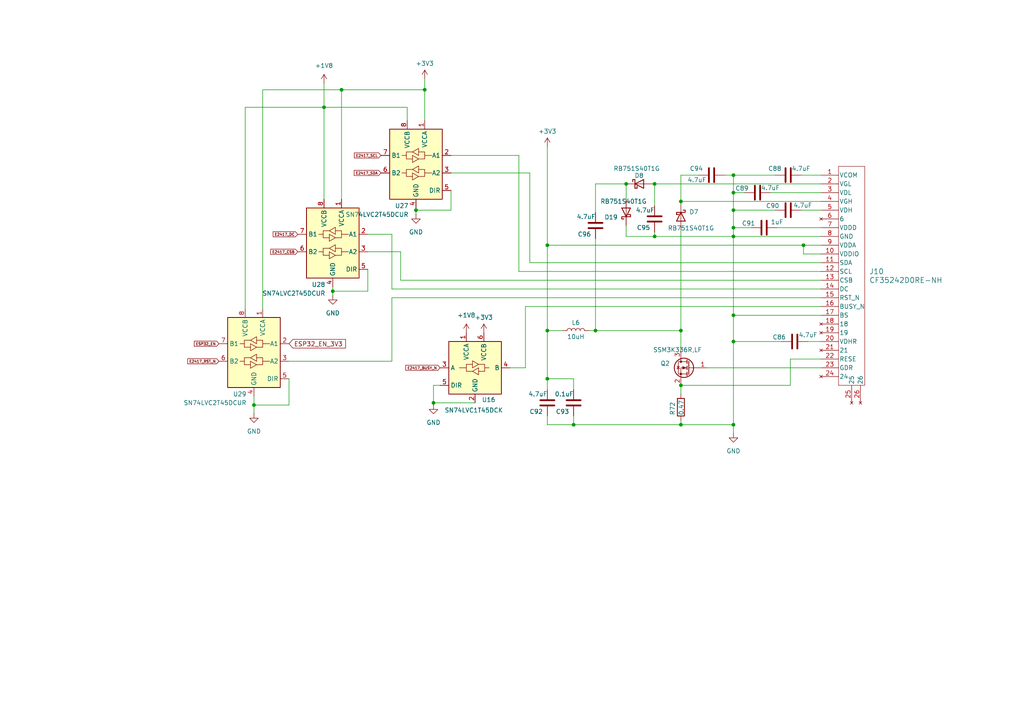
<source format=kicad_sch>
(kicad_sch (version 20250114) (generator "eeschema") (generator_version "9.0")
  (paper "A4")
  (lib_symbols
    (symbol "Device:C" (pin_numbers (hide yes)) (pin_names (offset 0.254))
      (property "Reference" "C" (at 0.635 2.54 0))
      (property "Value" "C" (at 0.635 -2.54 0))
      (symbol "C_0_1"
        (polyline (pts (xy -2.032 0.762) (xy 2.032 0.762)) (stroke (width 0.508)))
        (polyline (pts (xy -2.032 -0.762) (xy 2.032 -0.762)) (stroke (width 0.508)))
      )
      (symbol "C_1_1"
        (pin passive line (at 0 3.81 270) (length 2.794) (name "~") (number "1"))
        (pin passive line (at 0 -3.81 90) (length 2.794) (name "~") (number "2"))
      )
    )
    (symbol "Device:D_Schottky" (pin_numbers (hide yes)) (pin_names (offset 1.016) (hide yes))
      (property "Reference" "D" (at 0 2.54 0))
      (property "Value" "D_Schottky" (at 0 -2.54 0))
      (symbol "D_Schottky_0_1"
        (polyline (pts (xy -1.905 0.635) (xy -1.905 1.27) (xy -1.27 1.27) (xy -1.27 -1.27) (xy -0.635 -1.27) (xy -0.635 -0.635)) (stroke (width 0.254)))
        (polyline (pts (xy 1.27 1.27) (xy 1.27 -1.27) (xy -1.27 0) (xy 1.27 1.27)) (stroke (width 0.254)))
        (polyline (pts (xy 1.27 0) (xy -1.27 0)))
      )
      (symbol "D_Schottky_1_1"
        (pin passive line (at -3.81 0 0) (length 2.54) (name "K") (number "1"))
        (pin passive line (at 3.81 0 180) (length 2.54) (name "A") (number "2"))
      )
    )
    (symbol "Device:L" (pin_numbers (hide yes)) (pin_names (offset 1.016) (hide yes))
      (property "Reference" "L" (at -1.27 0 90))
      (property "Value" "L" (at 1.905 0 90))
      (symbol "L_0_1"
        (arc (start 0 2.54) (mid 0.6323 1.905) (end 0 1.27))
        (arc (start 0 1.27) (mid 0.6323 0.635) (end 0 0))
        (arc (start 0 0) (mid 0.6323 -0.635) (end 0 -1.27))
        (arc (start 0 -1.27) (mid 0.6323 -1.905) (end 0 -2.54))
      )
      (symbol "L_1_1"
        (pin passive line (at 0 3.81 270) (length 1.27) (name "1") (number "1"))
        (pin passive line (at 0 -3.81 90) (length 1.27) (name "2") (number "2"))
      )
    )
    (symbol "Device:R" (pin_numbers (hide yes)) (pin_names (offset 0))
      (property "Reference" "R" (at 2.032 0 90))
      (property "Value" "R" (at 0 0 90))
      (symbol "R_0_1"
        (rectangle (start -1.016 -2.54) (end 1.016 2.54) (stroke (width 0.254)))
      )
      (symbol "R_1_1"
        (pin passive line (at 0 3.81 270) (length 1.27) (name "~") (number "1"))
        (pin passive line (at 0 -3.81 90) (length 1.27) (name "~") (number "2"))
      )
    )
    (symbol "Logic_LevelTranslator:SN74LVC1T45DCK"
      (property "Reference" "U" (at -6.35 8.89 0))
      (property "Value" "SN74LVC1T45DCK" (at 3.81 8.89 0))
      (symbol "SN74LVC1T45DCK_0_1"
        (rectangle (start -7.62 7.62) (end 7.62 -7.62) (stroke (width 0.254)) (fill (type background)))
        (polyline (pts (xy -2.54 0) (xy -2.54 1.016) (xy -0.762 1.016)))
        (polyline (pts (xy -0.762 0) (xy -0.762 2.032) (xy 1.016 1.016) (xy -0.762 0)))
        (polyline (pts (xy -0.762 -1.016) (xy -2.54 -1.016) (xy -2.54 0) (xy -4.572 0)))
        (polyline (pts (xy 1.016 1.016) (xy 2.794 1.016) (xy 2.794 0) (xy 4.064 0)))
        (polyline (pts (xy 1.016 0) (xy 1.016 -1.778) (xy 1.016 -2.032) (xy -0.762 -1.016) (xy 1.016 0)))
        (polyline (pts (xy 2.794 0) (xy 2.794 -1.016) (xy 1.016 -1.016)))
      )
      (symbol "SN74LVC1T45DCK_1_1"
        (pin bidirectional line (at -10.16 0 0) (length 2.54) (name "A") (number "3"))
        (pin input line (at -10.16 -5.08 0) (length 2.54) (name "DIR") (number "5"))
        (pin power_in line (at -2.54 10.16 270) (length 2.54) (name "VCCA") (number "1"))
        (pin power_in line (at 0 -10.16 90) (length 2.54) (name "GND") (number "2"))
        (pin power_in line (at 2.54 10.16 270) (length 2.54) (name "VCCB") (number "6"))
        (pin bidirectional line (at 10.16 0 180) (length 2.54) (name "B") (number "4"))
      )
    )
    (symbol "Logic_LevelTranslator:SN74LVC2T45DCUR"
      (property "Reference" "U" (at -6.35 11.43 0))
      (property "Value" "SN74LVC2T45DCUR" (at 3.81 11.43 0))
      (symbol "SN74LVC2T45DCUR_0_1"
        (rectangle (start -7.62 10.16) (end 7.62 -10.16) (stroke (width 0.254)) (fill (type background)))
        (polyline (pts (xy -2.54 2.54) (xy -2.54 3.556) (xy -0.762 3.556)))
        (polyline (pts (xy -0.762 2.54) (xy -0.762 4.572) (xy 1.016 3.556) (xy -0.762 2.54)))
        (polyline (pts (xy -0.762 1.524) (xy -2.54 1.524) (xy -2.54 2.54) (xy -4.572 2.54)))
        (polyline (pts (xy 1.016 3.556) (xy 2.794 3.556) (xy 2.794 2.54) (xy 4.064 2.54)))
        (polyline (pts (xy 1.016 2.54) (xy 1.016 0.762) (xy 1.016 0.508) (xy -0.762 1.524) (xy 1.016 2.54)))
        (polyline (pts (xy 2.794 2.54) (xy 2.794 1.524) (xy 1.016 1.524)))
      )
      (symbol "SN74LVC2T45DCUR_1_1"
        (polyline (pts (xy -2.54 -2.54) (xy -2.54 -1.524) (xy -0.762 -1.524)))
        (polyline (pts (xy -0.762 -2.54) (xy -0.762 -0.508) (xy 1.016 -1.524) (xy -0.762 -2.54)))
        (polyline (pts (xy -0.762 -3.556) (xy -2.54 -3.556) (xy -2.54 -2.54) (xy -4.572 -2.54)))
        (polyline (pts (xy 1.016 -1.524) (xy 2.794 -1.524) (xy 2.794 -2.54) (xy 4.064 -2.54)))
        (polyline (pts (xy 1.016 -2.54) (xy 1.016 -4.318) (xy 1.016 -4.572) (xy -0.762 -3.556) (xy 1.016 -2.54)))
        (polyline (pts (xy 2.794 -2.54) (xy 2.794 -3.556) (xy 1.016 -3.556)))
        (pin bidirectional line (at -10.16 2.54 0) (length 2.54) (name "A1") (number "2"))
        (pin bidirectional line (at -10.16 -2.54 0) (length 2.54) (name "A2") (number "3"))
        (pin input line (at -10.16 -7.62 0) (length 2.54) (name "DIR") (number "5"))
        (pin power_in line (at -2.54 12.7 270) (length 2.54) (name "VCCA") (number "1"))
        (pin power_in line (at 0 -12.7 90) (length 2.54) (name "GND") (number "4"))
        (pin power_in line (at 2.54 12.7 270) (length 2.54) (name "VCCB") (number "8"))
        (pin bidirectional line (at 10.16 2.54 180) (length 2.54) (name "B1") (number "7"))
        (pin bidirectional line (at 10.16 -2.54 180) (length 2.54) (name "B2") (number "6"))
      )
    )
    (symbol "Transistor_FET:Q_NMOS_GSD" (pin_names (offset 0) (hide yes))
      (property "Reference" "Q" (at 5.08 1.905 0))
      (property "Value" "Q_NMOS_GSD" (at 5.08 0 0))
      (symbol "Q_NMOS_GSD_0_1"
        (polyline (pts (xy 0.254 1.905) (xy 0.254 -1.905)) (stroke (width 0.254)))
        (polyline (pts (xy 0.254 0) (xy -2.54 0)))
        (polyline (pts (xy 0.762 2.286) (xy 0.762 1.27)) (stroke (width 0.254)))
        (polyline (pts (xy 0.762 0.508) (xy 0.762 -0.508)) (stroke (width 0.254)))
        (polyline (pts (xy 0.762 -1.27) (xy 0.762 -2.286)) (stroke (width 0.254)))
        (polyline (pts (xy 0.762 -1.778) (xy 3.302 -1.778) (xy 3.302 1.778) (xy 0.762 1.778)))
        (polyline (pts (xy 1.016 0) (xy 2.032 0.381) (xy 2.032 -0.381) (xy 1.016 0)) (fill (type outline)))
        (circle (center 1.651 0) (radius 2.794) (stroke (width 0.254)))
        (polyline (pts (xy 2.54 2.54) (xy 2.54 1.778)))
        (circle (center 2.54 1.778) (radius 0.254) (fill (type outline)))
        (circle (center 2.54 -1.778) (radius 0.254) (fill (type outline)))
        (polyline (pts (xy 2.54 -2.54) (xy 2.54 0) (xy 0.762 0)))
        (polyline (pts (xy 2.921 0.381) (xy 3.683 0.381)))
        (polyline (pts (xy 3.302 0.381) (xy 2.921 -0.254) (xy 3.683 -0.254) (xy 3.302 0.381)))
      )
      (symbol "Q_NMOS_GSD_1_1"
        (pin input line (at -5.08 0 0) (length 2.54) (name "G") (number "1"))
        (pin passive line (at 2.54 5.08 270) (length 2.54) (name "D") (number "3"))
        (pin passive line (at 2.54 -5.08 90) (length 2.54) (name "S") (number "2"))
      )
    )
    (symbol "endeavour2:CF35242D0RE-NH" (pin_names (offset 0.254))
      (property "Reference" "J10" (at 17.145 -29.21 90))
      (property "Value" "CF35242D0RE-NH" (at 14.605 -29.21 90))
      (symbol "CF35242D0RE-NH_1_1"
        (polyline (pts (xy 5.08 2.54) (xy 5.08 -60.96)) (stroke (width 0.127)))
        (polyline (pts (xy 5.08 -60.96) (xy 12.7 -60.96)) (stroke (width 0.127)))
        (polyline (pts (xy 12.7 2.54) (xy 5.08 2.54)) (stroke (width 0.127)))
        (polyline (pts (xy 12.7 -60.96) (xy 12.7 2.54)) (stroke (width 0.127)))
        (pin unspecified line (at 0 0 0) (length 5.08) (name "VCOM") (number "1"))
        (pin unspecified line (at 0 -2.54 0) (length 5.08) (name "VGL") (number "2"))
        (pin unspecified line (at 0 -5.08 0) (length 5.08) (name "VDL") (number "3"))
        (pin unspecified line (at 0 -7.62 0) (length 5.08) (name "VGH") (number "4"))
        (pin unspecified line (at 0 -10.16 0) (length 5.08) (name "VDH") (number "5"))
        (pin no_connect line (at 0 -12.7 0) (length 5.08) (name "6") (number "6"))
        (pin unspecified line (at 0 -15.24 0) (length 5.08) (name "VDDD") (number "7"))
        (pin power_in line (at 0 -17.78 0) (length 5.08) (name "GND") (number "8"))
        (pin power_in line (at 0 -20.32 0) (length 5.08) (name "VDDA") (number "9"))
        (pin power_in line (at 0 -22.86 0) (length 5.08) (name "VDDIO") (number "10"))
        (pin input line (at 0 -25.4 0) (length 5.08) (name "SDA") (number "11"))
        (pin input line (at 0 -27.94 0) (length 5.08) (name "SCL") (number "12"))
        (pin input line (at 0 -30.48 0) (length 5.08) (name "CSB") (number "13"))
        (pin input line (at 0 -33.02 0) (length 5.08) (name "DC") (number "14"))
        (pin input line (at 0 -35.56 0) (length 5.08) (name "RST_N") (number "15"))
        (pin output line (at 0 -38.1 0) (length 5.08) (name "BUSY_N") (number "16"))
        (pin input line (at 0 -40.64 0) (length 5.08) (name "BS") (number "17"))
        (pin no_connect line (at 0 -43.18 0) (length 5.08) (name "18") (number "18"))
        (pin no_connect line (at 0 -45.72 0) (length 5.08) (name "19") (number "19"))
        (pin unspecified line (at 0 -48.26 0) (length 5.08) (name "VDHR") (number "20"))
        (pin no_connect line (at 0 -50.8 0) (length 5.08) (name "21") (number "21"))
        (pin input line (at 0 -53.34 0) (length 5.08) (name "RESE") (number "22"))
        (pin output line (at 0 -55.88 0) (length 5.08) (name "GDR") (number "23"))
        (pin no_connect line (at 0 -58.42 0) (length 5.08) (name "24") (number "24"))
        (pin no_connect line (at 8.89 -66.04 90) (length 5.08) (name "25") (number "25"))
        (pin no_connect line (at 11.43 -66.04 90) (length 5.08) (name "26") (number "26"))
      )
      (symbol "CF35242D0RE-NH_1_2"
        (polyline (pts (xy 5.08 2.54) (xy 5.08 -60.96)) (stroke (width 0.127)))
        (polyline (pts (xy 5.08 -60.96) (xy 12.7 -60.96)) (stroke (width 0.127)))
        (polyline (pts (xy 7.62 0) (xy 5.08 0)) (stroke (width 0.127)))
        (polyline (pts (xy 7.62 0) (xy 8.89 0.8467)) (stroke (width 0.127)))
        (polyline (pts (xy 7.62 0) (xy 8.89 -0.8467)) (stroke (width 0.127)))
        (polyline (pts (xy 7.62 -2.54) (xy 5.08 -2.54)) (stroke (width 0.127)))
        (polyline (pts (xy 7.62 -2.54) (xy 8.89 -1.6933)) (stroke (width 0.127)))
        (polyline (pts (xy 7.62 -2.54) (xy 8.89 -3.3867)) (stroke (width 0.127)))
        (polyline (pts (xy 7.62 -5.08) (xy 5.08 -5.08)) (stroke (width 0.127)))
        (polyline (pts (xy 7.62 -5.08) (xy 8.89 -4.2333)) (stroke (width 0.127)))
        (polyline (pts (xy 7.62 -5.08) (xy 8.89 -5.9267)) (stroke (width 0.127)))
        (polyline (pts (xy 7.62 -7.62) (xy 5.08 -7.62)) (stroke (width 0.127)))
        (polyline (pts (xy 7.62 -7.62) (xy 8.89 -6.7733)) (stroke (width 0.127)))
        (polyline (pts (xy 7.62 -7.62) (xy 8.89 -8.4667)) (stroke (width 0.127)))
        (polyline (pts (xy 7.62 -10.16) (xy 5.08 -10.16)) (stroke (width 0.127)))
        (polyline (pts (xy 7.62 -10.16) (xy 8.89 -9.3133)) (stroke (width 0.127)))
        (polyline (pts (xy 7.62 -10.16) (xy 8.89 -11.0067)) (stroke (width 0.127)))
        (polyline (pts (xy 7.62 -12.7) (xy 5.08 -12.7)) (stroke (width 0.127)))
        (polyline (pts (xy 7.62 -12.7) (xy 8.89 -11.8533)) (stroke (width 0.127)))
        (polyline (pts (xy 7.62 -12.7) (xy 8.89 -13.5467)) (stroke (width 0.127)))
        (polyline (pts (xy 7.62 -15.24) (xy 5.08 -15.24)) (stroke (width 0.127)))
        (polyline (pts (xy 7.62 -15.24) (xy 8.89 -14.3933)) (stroke (width 0.127)))
        (polyline (pts (xy 7.62 -15.24) (xy 8.89 -16.0867)) (stroke (width 0.127)))
        (polyline (pts (xy 7.62 -17.78) (xy 5.08 -17.78)) (stroke (width 0.127)))
        (polyline (pts (xy 7.62 -17.78) (xy 8.89 -16.9333)) (stroke (width 0.127)))
        (polyline (pts (xy 7.62 -17.78) (xy 8.89 -18.6267)) (stroke (width 0.127)))
        (polyline (pts (xy 7.62 -20.32) (xy 5.08 -20.32)) (stroke (width 0.127)))
        (polyline (pts (xy 7.62 -20.32) (xy 8.89 -19.4733)) (stroke (width 0.127)))
        (polyline (pts (xy 7.62 -20.32) (xy 8.89 -21.1667)) (stroke (width 0.127)))
        (polyline (pts (xy 7.62 -22.86) (xy 5.08 -22.86)) (stroke (width 0.127)))
        (polyline (pts (xy 7.62 -22.86) (xy 8.89 -22.0133)) (stroke (width 0.127)))
        (polyline (pts (xy 7.62 -22.86) (xy 8.89 -23.7067)) (stroke (width 0.127)))
        (polyline (pts (xy 7.62 -25.4) (xy 5.08 -25.4)) (stroke (width 0.127)))
        (polyline (pts (xy 7.62 -25.4) (xy 8.89 -24.5533)) (stroke (width 0.127)))
        (polyline (pts (xy 7.62 -25.4) (xy 8.89 -26.2467)) (stroke (width 0.127)))
        (polyline (pts (xy 7.62 -27.94) (xy 5.08 -27.94)) (stroke (width 0.127)))
        (polyline (pts (xy 7.62 -27.94) (xy 8.89 -27.0933)) (stroke (width 0.127)))
        (polyline (pts (xy 7.62 -27.94) (xy 8.89 -28.7867)) (stroke (width 0.127)))
        (polyline (pts (xy 7.62 -30.48) (xy 5.08 -30.48)) (stroke (width 0.127)))
        (polyline (pts (xy 7.62 -30.48) (xy 8.89 -29.6333)) (stroke (width 0.127)))
        (polyline (pts (xy 7.62 -30.48) (xy 8.89 -31.3267)) (stroke (width 0.127)))
        (polyline (pts (xy 7.62 -33.02) (xy 5.08 -33.02)) (stroke (width 0.127)))
        (polyline (pts (xy 7.62 -33.02) (xy 8.89 -32.1733)) (stroke (width 0.127)))
        (polyline (pts (xy 7.62 -33.02) (xy 8.89 -33.8667)) (stroke (width 0.127)))
        (polyline (pts (xy 7.62 -35.56) (xy 5.08 -35.56)) (stroke (width 0.127)))
        (polyline (pts (xy 7.62 -35.56) (xy 8.89 -34.7133)) (stroke (width 0.127)))
        (polyline (pts (xy 7.62 -35.56) (xy 8.89 -36.4067)) (stroke (width 0.127)))
        (polyline (pts (xy 7.62 -38.1) (xy 5.08 -38.1)) (stroke (width 0.127)))
        (polyline (pts (xy 7.62 -38.1) (xy 8.89 -37.2533)) (stroke (width 0.127)))
        (polyline (pts (xy 7.62 -38.1) (xy 8.89 -38.9467)) (stroke (width 0.127)))
        (polyline (pts (xy 7.62 -40.64) (xy 5.08 -40.64)) (stroke (width 0.127)))
        (polyline (pts (xy 7.62 -40.64) (xy 8.89 -39.7933)) (stroke (width 0.127)))
        (polyline (pts (xy 7.62 -40.64) (xy 8.89 -41.4867)) (stroke (width 0.127)))
        (polyline (pts (xy 7.62 -43.18) (xy 5.08 -43.18)) (stroke (width 0.127)))
        (polyline (pts (xy 7.62 -43.18) (xy 8.89 -42.3333)) (stroke (width 0.127)))
        (polyline (pts (xy 7.62 -43.18) (xy 8.89 -44.0267)) (stroke (width 0.127)))
        (polyline (pts (xy 7.62 -45.72) (xy 5.08 -45.72)) (stroke (width 0.127)))
        (polyline (pts (xy 7.62 -45.72) (xy 8.89 -44.8733)) (stroke (width 0.127)))
        (polyline (pts (xy 7.62 -45.72) (xy 8.89 -46.5667)) (stroke (width 0.127)))
        (polyline (pts (xy 7.62 -48.26) (xy 5.08 -48.26)) (stroke (width 0.127)))
        (polyline (pts (xy 7.62 -48.26) (xy 8.89 -47.4133)) (stroke (width 0.127)))
        (polyline (pts (xy 7.62 -48.26) (xy 8.89 -49.1067)) (stroke (width 0.127)))
        (polyline (pts (xy 7.62 -50.8) (xy 5.08 -50.8)) (stroke (width 0.127)))
        (polyline (pts (xy 7.62 -50.8) (xy 8.89 -49.9533)) (stroke (width 0.127)))
        (polyline (pts (xy 7.62 -50.8) (xy 8.89 -51.6467)) (stroke (width 0.127)))
        (polyline (pts (xy 7.62 -53.34) (xy 5.08 -53.34)) (stroke (width 0.127)))
        (polyline (pts (xy 7.62 -53.34) (xy 8.89 -52.4933)) (stroke (width 0.127)))
        (polyline (pts (xy 7.62 -53.34) (xy 8.89 -54.1867)) (stroke (width 0.127)))
        (polyline (pts (xy 7.62 -55.88) (xy 5.08 -55.88)) (stroke (width 0.127)))
        (polyline (pts (xy 7.62 -55.88) (xy 8.89 -55.0333)) (stroke (width 0.127)))
        (polyline (pts (xy 7.62 -55.88) (xy 8.89 -56.7267)) (stroke (width 0.127)))
        (polyline (pts (xy 7.62 -58.42) (xy 5.08 -58.42)) (stroke (width 0.127)))
        (polyline (pts (xy 7.62 -58.42) (xy 8.89 -57.5733)) (stroke (width 0.127)))
        (polyline (pts (xy 7.62 -58.42) (xy 8.89 -59.2667)) (stroke (width 0.127)))
        (polyline (pts (xy 12.7 2.54) (xy 5.08 2.54)) (stroke (width 0.127)))
        (polyline (pts (xy 12.7 -60.96) (xy 12.7 2.54)) (stroke (width 0.127)))
        (pin unspecified line (at 0 0 0) (length 5.08) (name "1") (number "1"))
        (pin unspecified line (at 0 -2.54 0) (length 5.08) (name "2") (number "2"))
        (pin unspecified line (at 0 -5.08 0) (length 5.08) (name "3") (number "3"))
        (pin unspecified line (at 0 -7.62 0) (length 5.08) (name "4") (number "4"))
        (pin unspecified line (at 0 -10.16 0) (length 5.08) (name "5") (number "5"))
        (pin unspecified line (at 0 -12.7 0) (length 5.08) (name "6") (number "6"))
        (pin unspecified line (at 0 -15.24 0) (length 5.08) (name "7") (number "7"))
        (pin unspecified line (at 0 -17.78 0) (length 5.08) (name "8") (number "8"))
        (pin unspecified line (at 0 -20.32 0) (length 5.08) (name "9") (number "9"))
        (pin unspecified line (at 0 -22.86 0) (length 5.08) (name "10") (number "10"))
        (pin unspecified line (at 0 -25.4 0) (length 5.08) (name "11") (number "11"))
        (pin unspecified line (at 0 -27.94 0) (length 5.08) (name "12") (number "12"))
        (pin unspecified line (at 0 -30.48 0) (length 5.08) (name "13") (number "13"))
        (pin unspecified line (at 0 -33.02 0) (length 5.08) (name "14") (number "14"))
        (pin unspecified line (at 0 -35.56 0) (length 5.08) (name "15") (number "15"))
        (pin unspecified line (at 0 -38.1 0) (length 5.08) (name "16") (number "16"))
        (pin unspecified line (at 0 -40.64 0) (length 5.08) (name "17") (number "17"))
        (pin unspecified line (at 0 -43.18 0) (length 5.08) (name "18") (number "18"))
        (pin unspecified line (at 0 -45.72 0) (length 5.08) (name "19") (number "19"))
        (pin unspecified line (at 0 -48.26 0) (length 5.08) (name "20") (number "20"))
        (pin unspecified line (at 0 -50.8 0) (length 5.08) (name "21") (number "21"))
        (pin unspecified line (at 0 -53.34 0) (length 5.08) (name "22") (number "22"))
        (pin unspecified line (at 0 -55.88 0) (length 5.08) (name "23") (number "23"))
        (pin unspecified line (at 0 -58.42 0) (length 5.08) (name "24") (number "24"))
      )
    )
    (symbol "power:+1V8" (power) (pin_names (offset 0))
      (property "Value" "+1V8" (at 0 3.556 0))
      (symbol "+1V8_0_1"
        (polyline (pts (xy -0.762 1.27) (xy 0 2.54)))
        (polyline (pts (xy 0 2.54) (xy 0.762 1.27)))
        (polyline (pts (xy 0 0) (xy 0 2.54)))
      )
      (symbol "+1V8_1_1"
        (pin power_in line (at 0 0 90) (length 0) (hide yes) (name "+1V8") (number "1"))
      )
    )
    (symbol "power:+3V3" (power) (pin_names (offset 0))
      (property "Value" "+3V3" (at 0 3.556 0))
      (symbol "+3V3_0_1"
        (polyline (pts (xy -0.762 1.27) (xy 0 2.54)))
        (polyline (pts (xy 0 2.54) (xy 0.762 1.27)))
        (polyline (pts (xy 0 0) (xy 0 2.54)))
      )
      (symbol "+3V3_1_1"
        (pin power_in line (at 0 0 90) (length 0) (hide yes) (name "+3V3") (number "1"))
      )
    )
    (symbol "power:GND" (power) (pin_numbers (hide yes)) (pin_names (offset 0) (hide yes))
      (property "Value" "GND" (at 0 -3.81 0))
      (symbol "GND_0_1"
        (polyline (pts (xy 0 0) (xy 0 -1.27) (xy 1.27 -1.27) (xy 0 -2.54) (xy -1.27 -1.27) (xy 0 -1.27)))
      )
      (symbol "GND_1_1"
        (pin power_in line (at 0 0 270) (length 0) (name "~") (number "1"))
      )
    )
  )
  (junction (at 189.865 68.58))
  (junction (at 197.485 111.76))
  (junction (at 125.73 116.84))
  (junction (at 93.98 31.115))
  (junction (at 189.865 53.34))
  (junction (at 212.725 50.8))
  (junction (at 172.72 95.885))
  (junction (at 212.725 68.58))
  (junction (at 212.725 91.44))
  (junction (at 158.75 109.855))
  (junction (at 181.61 53.34))
  (junction (at 96.52 84.455))
  (junction (at 99.06 26.035))
  (junction (at 212.725 99.06))
  (junction (at 212.725 66.04))
  (junction (at 123.19 26.035))
  (junction (at 158.75 71.12))
  (junction (at 197.485 95.885))
  (junction (at 212.725 123.19))
  (junction (at 120.65 60.96))
  (junction (at 158.75 95.885))
  (junction (at 212.725 55.88))
  (junction (at 233.045 71.12))
  (junction (at 197.485 123.19))
  (junction (at 73.66 117.475))
  (junction (at 166.37 123.19))
  (junction (at 197.485 58.42))
  (junction (at 212.725 60.96))
  (wire (pts (xy 158.75 109.855) (xy 158.75 95.885)))
  (wire (pts (xy 99.06 57.785) (xy 99.06 26.035)))
  (wire (pts (xy 212.725 99.06) (xy 212.725 123.19)))
  (wire (pts (xy 83.82 117.475) (xy 83.82 109.855)))
  (wire (pts (xy 127.635 111.76) (xy 125.73 111.76)))
  (wire (pts (xy 238.125 68.58) (xy 212.725 68.58)))
  (wire (pts (xy 76.2 26.035) (xy 99.06 26.035)))
  (wire (pts (xy 130.81 45.085) (xy 150.495 45.085)))
  (wire (pts (xy 96.52 84.455) (xy 96.52 83.185)))
  (wire (pts (xy 229.235 104.14) (xy 238.125 104.14)))
  (wire (pts (xy 71.12 31.115) (xy 93.98 31.115)))
  (wire (pts (xy 166.37 109.855) (xy 158.75 109.855)))
  (wire (pts (xy 120.65 62.23) (xy 120.65 60.96)))
  (wire (pts (xy 212.725 50.8) (xy 212.725 55.88)))
  (wire (pts (xy 238.125 58.42) (xy 197.485 58.42)))
  (wire (pts (xy 197.485 95.885) (xy 197.485 101.6)))
  (wire (pts (xy 158.75 95.885) (xy 163.195 95.885)))
  (wire (pts (xy 93.98 31.115) (xy 93.98 57.785)))
  (wire (pts (xy 123.19 22.86) (xy 123.19 26.035)))
  (wire (pts (xy 238.125 88.9) (xy 152.4 88.9)))
  (wire (pts (xy 189.23 53.34) (xy 189.865 53.34)))
  (wire (pts (xy 181.61 65.405) (xy 181.61 68.58)))
  (wire (pts (xy 137.795 116.84) (xy 125.73 116.84)))
  (wire (pts (xy 197.485 59.055) (xy 197.485 58.42)))
  (wire (pts (xy 120.65 60.96) (xy 120.65 60.325)))
  (wire (pts (xy 212.725 60.96) (xy 212.725 66.04)))
  (wire (pts (xy 212.725 91.44) (xy 212.725 99.06)))
  (wire (pts (xy 158.75 113.03) (xy 158.75 109.855)))
  (wire (pts (xy 189.865 67.31) (xy 189.865 68.58)))
  (wire (pts (xy 113.665 67.945) (xy 113.665 83.82)))
  (wire (pts (xy 238.125 73.66) (xy 233.045 73.66)))
  (wire (pts (xy 212.725 55.88) (xy 212.725 60.96)))
  (wire (pts (xy 234.315 99.06) (xy 238.125 99.06)))
  (wire (pts (xy 116.205 81.28) (xy 116.205 73.025)))
  (wire (pts (xy 212.725 66.04) (xy 217.805 66.04)))
  (wire (pts (xy 197.485 50.8) (xy 197.485 58.42)))
  (wire (pts (xy 166.37 120.65) (xy 166.37 123.19)))
  (wire (pts (xy 158.75 71.12) (xy 233.045 71.12)))
  (wire (pts (xy 197.485 111.76) (xy 229.235 111.76)))
  (wire (pts (xy 233.045 73.66) (xy 233.045 71.12)))
  (wire (pts (xy 238.125 76.2) (xy 153.67 76.2)))
  (wire (pts (xy 172.72 69.215) (xy 172.72 95.885)))
  (wire (pts (xy 152.4 106.68) (xy 147.955 106.68)))
  (wire (pts (xy 96.52 85.725) (xy 96.52 84.455)))
  (wire (pts (xy 93.98 24.13) (xy 93.98 31.115)))
  (wire (pts (xy 118.11 31.115) (xy 93.98 31.115)))
  (wire (pts (xy 125.73 116.84) (xy 125.73 117.475)))
  (wire (pts (xy 224.79 50.8) (xy 212.725 50.8)))
  (wire (pts (xy 153.67 76.2) (xy 153.67 50.165)))
  (wire (pts (xy 238.125 91.44) (xy 212.725 91.44)))
  (wire (pts (xy 73.66 117.475) (xy 83.82 117.475)))
  (wire (pts (xy 189.865 53.34) (xy 189.865 59.69)))
  (wire (pts (xy 212.725 123.19) (xy 212.725 125.73)))
  (wire (pts (xy 158.75 71.12) (xy 158.75 42.545)))
  (wire (pts (xy 166.37 123.19) (xy 197.485 123.19)))
  (wire (pts (xy 238.125 83.82) (xy 113.665 83.82)))
  (wire (pts (xy 172.72 53.34) (xy 181.61 53.34)))
  (wire (pts (xy 212.725 68.58) (xy 212.725 91.44)))
  (wire (pts (xy 106.68 84.455) (xy 96.52 84.455)))
  (wire (pts (xy 210.185 50.8) (xy 212.725 50.8)))
  (wire (pts (xy 238.125 81.28) (xy 116.205 81.28)))
  (wire (pts (xy 76.2 89.535) (xy 76.2 26.035)))
  (wire (pts (xy 158.75 123.19) (xy 166.37 123.19)))
  (wire (pts (xy 238.125 86.36) (xy 113.665 86.36)))
  (wire (pts (xy 152.4 88.9) (xy 152.4 106.68)))
  (wire (pts (xy 150.495 45.085) (xy 150.495 78.74)))
  (wire (pts (xy 73.66 114.935) (xy 73.66 117.475)))
  (wire (pts (xy 189.865 68.58) (xy 212.725 68.58)))
  (wire (pts (xy 238.125 78.74) (xy 150.495 78.74)))
  (wire (pts (xy 172.72 61.595) (xy 172.72 53.34)))
  (wire (pts (xy 170.815 95.885) (xy 172.72 95.885)))
  (wire (pts (xy 229.235 104.14) (xy 229.235 111.76)))
  (wire (pts (xy 125.73 111.76) (xy 125.73 116.84)))
  (wire (pts (xy 118.11 34.925) (xy 118.11 31.115)))
  (wire (pts (xy 197.485 111.76) (xy 197.485 114.3)))
  (wire (pts (xy 130.81 55.245) (xy 130.81 60.96)))
  (wire (pts (xy 232.41 50.8) (xy 238.125 50.8)))
  (wire (pts (xy 172.72 95.885) (xy 197.485 95.885)))
  (wire (pts (xy 99.06 26.035) (xy 123.19 26.035)))
  (wire (pts (xy 232.41 60.96) (xy 238.125 60.96)))
  (wire (pts (xy 224.79 60.96) (xy 212.725 60.96)))
  (wire (pts (xy 73.66 117.475) (xy 73.66 120.015)))
  (wire (pts (xy 166.37 113.03) (xy 166.37 109.855)))
  (wire (pts (xy 106.68 67.945) (xy 113.665 67.945)))
  (wire (pts (xy 212.725 66.04) (xy 212.725 68.58)))
  (wire (pts (xy 223.52 55.88) (xy 238.125 55.88)))
  (wire (pts (xy 181.61 68.58) (xy 189.865 68.58)))
  (wire (pts (xy 106.68 78.105) (xy 106.68 84.455)))
  (wire (pts (xy 189.865 53.34) (xy 238.125 53.34)))
  (wire (pts (xy 197.485 121.92) (xy 197.485 123.19)))
  (wire (pts (xy 226.695 99.06) (xy 212.725 99.06)))
  (wire (pts (xy 158.75 95.885) (xy 158.75 71.12)))
  (wire (pts (xy 83.82 104.775) (xy 113.665 104.775)))
  (wire (pts (xy 205.105 106.68) (xy 238.125 106.68)))
  (wire (pts (xy 215.9 55.88) (xy 212.725 55.88)))
  (wire (pts (xy 123.19 26.035) (xy 123.19 34.925)))
  (wire (pts (xy 181.61 53.34) (xy 181.61 57.785)))
  (wire (pts (xy 158.75 120.65) (xy 158.75 123.19)))
  (wire (pts (xy 197.485 66.675) (xy 197.485 95.885)))
  (wire (pts (xy 113.665 86.36) (xy 113.665 104.775)))
  (wire (pts (xy 225.425 66.04) (xy 238.125 66.04)))
  (wire (pts (xy 106.68 73.025) (xy 116.205 73.025)))
  (wire (pts (xy 202.565 50.8) (xy 197.485 50.8)))
  (wire (pts (xy 197.485 123.19) (xy 212.725 123.19)))
  (wire (pts (xy 238.125 71.12) (xy 233.045 71.12)))
  (wire (pts (xy 130.81 60.96) (xy 120.65 60.96)))
  (wire (pts (xy 71.12 89.535) (xy 71.12 31.115)))
  (wire (pts (xy 130.81 50.165) (xy 153.67 50.165)))
  (global_label "E2417_SCL" (shape input) (at 110.49 45.085 180) (effects (font (size 0.762 0.762))) (property "Intersheetrefs" "${INTERSHEET_REFS}" (effects (hide yes))))
  (global_label "E2417_BUSY_N" (shape input) (at 127.635 106.68 180) (effects (font (size 0.762 0.762))) (property "Intersheetrefs" "${INTERSHEET_REFS}" (effects (hide yes))))
  (global_label "E2417_RST_N" (shape input) (at 63.5 104.775 180) (effects (font (size 0.762 0.762))) (property "Intersheetrefs" "${INTERSHEET_REFS}" (effects (hide yes))))
  (global_label "E2417_SDA" (shape input) (at 110.49 50.165 180) (effects (font (size 0.762 0.762))) (property "Intersheetrefs" "${INTERSHEET_REFS}" (effects (hide yes))))
  (global_label "E2417_DC" (shape input) (at 86.36 67.945 180) (effects (font (size 0.762 0.762))) (property "Intersheetrefs" "${INTERSHEET_REFS}" (effects (hide yes))))
  (global_label "ESP32_EN_3V3" (shape input) (at 83.82 99.695 0) (property "Intersheetrefs" "${INTERSHEET_REFS}" (effects (hide yes))))
  (global_label "ESP32_EN" (shape input) (at 63.5 99.695 180) (effects (font (size 0.762 0.762))) (property "Intersheetrefs" "${INTERSHEET_REFS}" (effects (hide yes))))
  (global_label "E2417_CSB" (shape input) (at 86.36 73.025 180) (effects (font (size 0.762 0.762))) (property "Intersheetrefs" "${INTERSHEET_REFS}" (effects (hide yes))))
  (symbol (lib_id "power:GND") (at 73.66 120.015 0) (unit 1)
    (property "Reference" "#PWR0119" (effects (hide yes)))
    (property "Value" "GND" (at 73.66 125.095 0))
    (property "Description" "Power symbol creates a global label with name \"GND\" , ground" (effects (hide yes)))
  )
  (symbol (lib_id "Transistor_FET:Q_NMOS_GSD") (at 200.025 106.68 0) (mirror y) (unit 1)
    (property "Reference" "Q2" (at 194.31 105.4099 0) (effects (justify left)))
    (property "Value" "SSM3K336R,LF" (at 203.581 101.473 0) (effects (justify left)))
    (property "Footprint" "Package_TO_SOT_SMD:SOT-23-3" (effects (hide yes)))
    (property "Description" "N-MOSFET transistor, gate/source/drain" (effects (hide yes)))
  )
  (symbol (lib_id "power:GND") (at 125.73 117.475 0) (mirror y) (unit 1)
    (property "Reference" "#PWR090" (effects (hide yes)))
    (property "Value" "GND" (at 125.73 122.555 0))
  )
  (symbol (lib_id "power:+3V3") (at 158.75 42.545 0) (unit 1)
    (property "Reference" "#PWR0105" (effects (hide yes)))
    (property "Value" "+3V3" (at 158.75 38.1 0))
    (property "Description" "Power symbol creates a global label with name \"+3V3\"" (effects (hide yes)))
  )
  (symbol (lib_id "power:+1V8") (at 135.255 96.52 0) (unit 1)
    (property "Reference" "#PWR092" (effects (hide yes)))
    (property "Value" "+1V8" (at 135.255 91.44 0))
    (property "Description" "Power symbol creates a global label with name \"+1V8\"" (effects (hide yes)))
  )
  (symbol (lib_id "Logic_LevelTranslator:SN74LVC2T45DCUR") (at 96.52 70.485 0) (mirror y) (unit 1)
    (property "Reference" "U28" (at 94.3767 82.55 0) (effects (justify left)))
    (property "Value" "SN74LVC2T45DCUR" (at 94.3767 85.09 0) (effects (justify left)))
    (property "Footprint" "Package_SO:VSSOP-8_2.3x2mm_P0.5mm" (effects (hide yes)))
    (property "Datasheet" "http://www.ti.com/lit/ds/symlink/sn74lvc2t45.pdf" (effects (hide yes)))
    (property "Description" "Dual-Bit Dual-Supply Bus Transceiver With Configurable Voltage Translation and 3-State Outputs, VSSOP-8" (effects (hide yes)))
  )
  (symbol (lib_id "Device:C") (at 228.6 60.96 90) (unit 1)
    (property "Reference" "C90" (at 226.06 59.69 90) (effects (justify left)))
    (property "Value" "4.7uF" (at 235.585 59.563 90) (effects (justify left)))
    (property "Footprint" "Capacitor_SMD:C_0603_1608Metric" (effects (hide yes)))
    (property "Description" "Unpolarized capacitor" (effects (hide yes)))
  )
  (symbol (lib_id "power:+3V3") (at 123.19 22.86 0) (unit 1)
    (property "Reference" "#PWR0101" (effects (hide yes)))
    (property "Value" "+3V3" (at 123.19 18.415 0))
    (property "Description" "Power symbol creates a global label with name \"+3V3\"" (effects (hide yes)))
  )
  (symbol (lib_id "power:+3V3") (at 140.335 96.52 0) (mirror y) (unit 1)
    (property "Reference" "#PWR091" (effects (hide yes)))
    (property "Value" "+3V3" (at 140.335 92.075 0))
    (property "Description" "Power symbol creates a global label with name \"+3V3\"" (effects (hide yes)))
  )
  (symbol (lib_id "power:GND") (at 120.65 62.23 0) (unit 1)
    (property "Reference" "#PWR0107" (effects (hide yes)))
    (property "Value" "GND" (at 120.65 67.31 0))
    (property "Description" "Power symbol creates a global label with name \"GND\" , ground" (effects (hide yes)))
  )
  (symbol (lib_id "Logic_LevelTranslator:SN74LVC2T45DCUR") (at 73.66 102.235 0) (mirror y) (unit 1)
    (property "Reference" "U29" (at 71.5167 114.3 0) (effects (justify left)))
    (property "Value" "SN74LVC2T45DCUR" (at 71.5167 116.84 0) (effects (justify left)))
    (property "Footprint" "Package_SO:VSSOP-8_2.3x2mm_P0.5mm" (effects (hide yes)))
    (property "Datasheet" "http://www.ti.com/lit/ds/symlink/sn74lvc2t45.pdf" (effects (hide yes)))
    (property "Description" "Dual-Bit Dual-Supply Bus Transceiver With Configurable Voltage Translation and 3-State Outputs, VSSOP-8" (effects (hide yes)))
  )
  (symbol (lib_id "endeavour2:CF35242D0RE-NH") (at 238.125 50.8 0) (unit 1)
    (property "Reference" "J10" (at 252.095 78.7399 0) (effects (font (size 1.524 1.524)) (justify left)))
    (property "Value" "CF35242D0RE-NH" (at 252.095 81.2799 0) (effects (font (size 1.524 1.524)) (justify left)))
    (property "Footprint" "endeavour2:CONN24X1_CF35242D0RE-NH_CVI" (effects (hide yes)))
    (property "Datasheet" "CF35242D0RE-NH" (effects (hide yes)))
  )
  (symbol (lib_id "Device:C") (at 158.75 116.84 180) (unit 1)
    (property "Reference" "C92" (at 157.48 119.38 0) (effects (justify left)))
    (property "Value" "4.7uF" (at 158.75 114.3 0) (effects (justify left)))
    (property "Footprint" "Capacitor_SMD:C_0603_1608Metric" (effects (hide yes)))
    (property "Description" "Unpolarized capacitor" (effects (hide yes)))
  )
  (symbol (lib_id "Device:R") (at 197.485 118.11 180) (unit 1)
    (property "Reference" "R72" (at 195.072 118.491 90))
    (property "Value" "0.47" (at 197.612 118.237 90))
    (property "Footprint" "Resistor_SMD:R_0603_1608Metric" (effects (hide yes)))
  )
  (symbol (lib_id "Device:L") (at 167.005 95.885 90) (unit 1)
    (property "Reference" "L6" (at 167.005 93.599 90))
    (property "Value" "10uH" (at 167.005 97.663 90))
    (property "Footprint" "Inductor_SMD:L_0805_2012Metric" (effects (hide yes)))
  )
  (symbol (lib_id "Logic_LevelTranslator:SN74LVC2T45DCUR") (at 120.65 47.625 0) (mirror y) (unit 1)
    (property "Reference" "U27" (at 118.5067 59.69 0) (effects (justify left)))
    (property "Value" "SN74LVC2T45DCUR" (at 118.5067 62.23 0) (effects (justify left)))
    (property "Footprint" "Package_SO:VSSOP-8_2.3x2mm_P0.5mm" (effects (hide yes)))
    (property "Datasheet" "http://www.ti.com/lit/ds/symlink/sn74lvc2t45.pdf" (effects (hide yes)))
    (property "Description" "Dual-Bit Dual-Supply Bus Transceiver With Configurable Voltage Translation and 3-State Outputs, VSSOP-8" (effects (hide yes)))
  )
  (symbol (lib_id "power:GND") (at 96.52 85.725 0) (unit 1)
    (property "Reference" "#PWR0113" (effects (hide yes)))
    (property "Value" "GND" (at 96.52 90.805 0))
    (property "Description" "Power symbol creates a global label with name \"GND\" , ground" (effects (hide yes)))
  )
  (symbol (lib_id "Device:D_Schottky") (at 185.42 53.34 0) (unit 1)
    (property "Reference" "D8" (at 184.023 50.927 0) (effects (justify left)))
    (property "Value" "RB751S40T1G" (at 177.927 48.895 0) (effects (justify left)))
    (property "Footprint" "Diode_SMD:D_SOD-523" (effects (hide yes)))
    (property "Description" "Schottky diode" (effects (hide yes)))
  )
  (symbol (lib_id "Device:D_Schottky") (at 181.61 61.595 90) (unit 1)
    (property "Reference" "D19" (at 179.197 62.992 90) (effects (justify left)))
    (property "Value" "RB751S40T1G" (at 187.579 58.42 90) (effects (justify left)))
    (property "Footprint" "Diode_SMD:D_SOD-523" (effects (hide yes)))
    (property "Description" "Schottky diode" (effects (hide yes)))
  )
  (symbol (lib_id "Logic_LevelTranslator:SN74LVC1T45DCK") (at 137.795 106.68 0) (unit 1)
    (property "Reference" "U16" (at 141.732 115.951 0))
    (property "Value" "SN74LVC1T45DCK" (at 137.414 118.999 0))
    (property "Footprint" "Package_TO_SOT_SMD:SOT-363_SC-70-6" (effects (hide yes)))
    (property "Datasheet" "http://www.ti.com/lit/ds/symlink/sn74lvc1t45.pdf" (effects (hide yes)))
    (property "Description" "Single-Bit Dual-Supply Bus Transceiver With Configurable Voltage Translation and 3-State Outputs, SOT-363" (effects (hide yes)))
  )
  (symbol (lib_id "Device:D_Schottky") (at 197.485 62.865 270) (unit 1)
    (property "Reference" "D7" (at 199.898 61.468 90) (effects (justify left)))
    (property "Value" "RB751S40T1G" (at 193.675 66.167 90) (effects (justify left)))
    (property "Footprint" "Diode_SMD:D_SOD-523" (effects (hide yes)))
    (property "Description" "Schottky diode" (effects (hide yes)))
  )
  (symbol (lib_id "Device:C") (at 230.505 99.06 90) (unit 1)
    (property "Reference" "C86" (at 227.965 97.79 90) (effects (justify left)))
    (property "Value" "4.7uF" (at 237.109 97.155 90) (effects (justify left)))
    (property "Footprint" "Capacitor_SMD:C_0603_1608Metric" (effects (hide yes)))
    (property "Description" "Unpolarized capacitor" (effects (hide yes)))
  )
  (symbol (lib_id "Device:C") (at 219.71 55.88 90) (unit 1)
    (property "Reference" "C89" (at 217.17 54.61 90) (effects (justify left)))
    (property "Value" "4.7uF" (at 226.187 54.483 90) (effects (justify left)))
    (property "Footprint" "Capacitor_SMD:C_0603_1608Metric" (effects (hide yes)))
    (property "Description" "Unpolarized capacitor" (effects (hide yes)))
  )
  (symbol (lib_id "power:+1V8") (at 93.98 24.13 0) (unit 1)
    (property "Reference" "#PWR0106" (effects (hide yes)))
    (property "Value" "+1V8" (at 93.98 19.05 0))
    (property "Description" "Power symbol creates a global label with name \"+1V8\"" (effects (hide yes)))
  )
  (symbol (lib_id "Device:C") (at 221.615 66.04 90) (unit 1)
    (property "Reference" "C91" (at 219.075 64.77 90) (effects (justify left)))
    (property "Value" "1uF" (at 227.203 64.389 90) (effects (justify left)))
    (property "Footprint" "Capacitor_SMD:C_0603_1608Metric" (effects (hide yes)))
    (property "Description" "Unpolarized capacitor" (effects (hide yes)))
  )
  (symbol (lib_id "Device:C") (at 172.72 65.405 180) (unit 1)
    (property "Reference" "C96" (at 171.45 67.945 0) (effects (justify left)))
    (property "Value" "4.7uF" (at 172.72 62.865 0) (effects (justify left)))
    (property "Footprint" "Capacitor_SMD:C_0603_1608Metric" (effects (hide yes)))
    (property "Description" "Unpolarized capacitor" (effects (hide yes)))
  )
  (symbol (lib_id "power:GND") (at 212.725 125.73 0) (unit 1)
    (property "Reference" "#PWR0102" (effects (hide yes)))
    (property "Value" "GND" (at 212.725 130.81 0))
    (property "Description" "Power symbol creates a global label with name \"GND\" , ground" (effects (hide yes)))
  )
  (symbol (lib_id "Device:C") (at 228.6 50.8 90) (unit 1)
    (property "Reference" "C88" (at 226.695 48.895 90) (effects (justify left)))
    (property "Value" "4.7uF" (at 235.077 48.895 90) (effects (justify left)))
    (property "Footprint" "Capacitor_SMD:C_0603_1608Metric" (effects (hide yes)))
    (property "Description" "Unpolarized capacitor" (effects (hide yes)))
  )
  (symbol (lib_id "Device:C") (at 189.865 63.5 180) (unit 1)
    (property "Reference" "C95" (at 188.595 66.04 0) (effects (justify left)))
    (property "Value" "4.7uF" (at 189.865 60.96 0) (effects (justify left)))
    (property "Footprint" "Capacitor_SMD:C_0603_1608Metric" (effects (hide yes)))
    (property "Description" "Unpolarized capacitor" (effects (hide yes)))
  )
  (symbol (lib_id "Device:C") (at 206.375 50.8 270) (unit 1)
    (property "Reference" "C94" (at 200.025 48.895 90) (effects (justify left)))
    (property "Value" "4.7uF" (at 199.39 52.197 90) (effects (justify left)))
    (property "Footprint" "Capacitor_SMD:C_0603_1608Metric" (effects (hide yes)))
    (property "Description" "Unpolarized capacitor" (effects (hide yes)))
  )
  (symbol (lib_id "Device:C") (at 166.37 116.84 180) (unit 1)
    (property "Reference" "C93" (at 165.1 119.38 0) (effects (justify left)))
    (property "Value" "0.1uF" (at 166.37 114.3 0) (effects (justify left)))
    (property "Footprint" "Capacitor_SMD:C_0603_1608Metric" (effects (hide yes)))
    (property "Description" "Unpolarized capacitor" (effects (hide yes)))
  )
)
</source>
